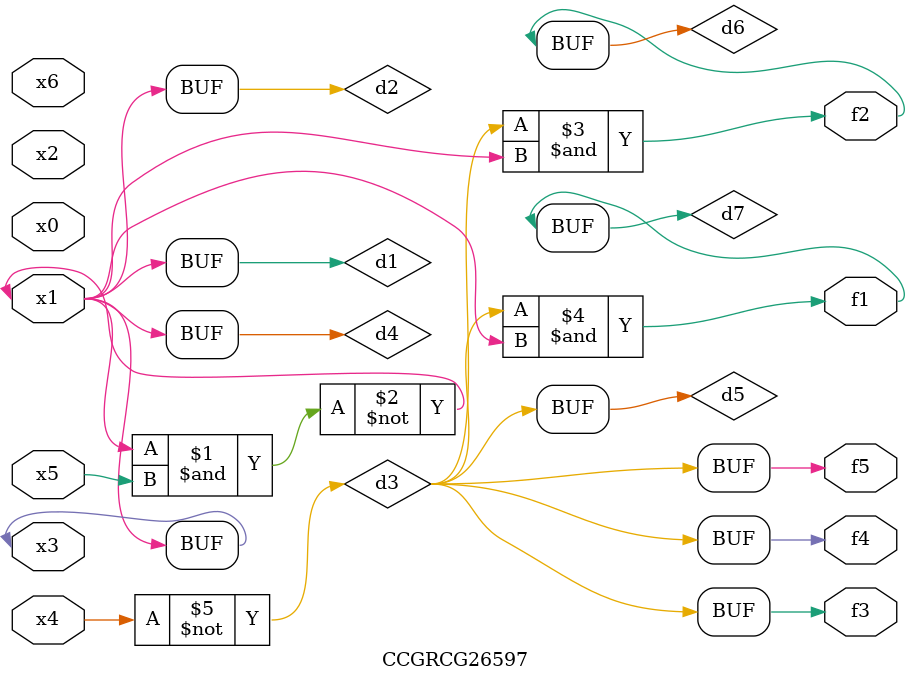
<source format=v>
module CCGRCG26597(
	input x0, x1, x2, x3, x4, x5, x6,
	output f1, f2, f3, f4, f5
);

	wire d1, d2, d3, d4, d5, d6, d7;

	buf (d1, x1, x3);
	nand (d2, x1, x5);
	not (d3, x4);
	buf (d4, d1, d2);
	buf (d5, d3);
	and (d6, d3, d4);
	and (d7, d3, d4);
	assign f1 = d7;
	assign f2 = d6;
	assign f3 = d5;
	assign f4 = d5;
	assign f5 = d5;
endmodule

</source>
